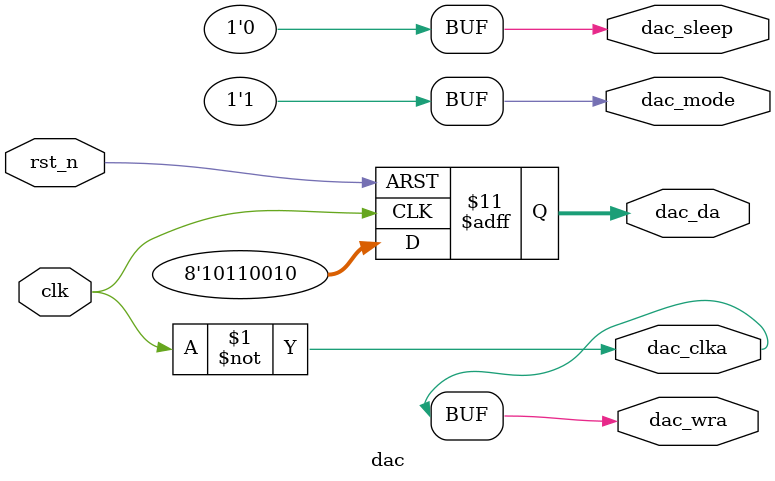
<source format=v>
/************************************************************************
 * Author        : yebin
 * Email         : 390931229@qq.com
 * Create time   : 2022-4-10
 * Last modified : 2022-4-10
 * Filename      : dac.v
 * Description   : process cmd from the dac
 * *********************************************************************/
module dac (
input                       clk                                         ,    // Clock
input                       rst_n                                       ,  // Asynchronous reset active low
output                      dac_mode                                    ,
output                      dac_clka                                    ,
output  reg     [ 7:0]      dac_da                                      ,
output                      dac_wra                                     ,
output                      dac_sleep                                      
);
 

assign dac_sleep = 0                                                    ;
assign dac_wra   = dac_clka                                             ;
assign dac_clka  = ~clk                                                 ;
assign dac_mode  = 1                                                    ;

reg [31:0]   cnt;
always  @(posedge clk or negedge rst_n)
begin
    if(rst_n==1'b0)
    begin
        cnt <= 0;                 
    end
    else 
    begin            
        if(cnt >= 1000)   cnt <= 0 ;
        else              cnt <= cnt +1 ;
    end
end


always  @(posedge clk or negedge rst_n)begin
    if(rst_n==1'b0)begin
        dac_da <= 178;                 
    end
    else 
    begin         
       
        dac_da <= 178;
    end
end

endmodule 
</source>
